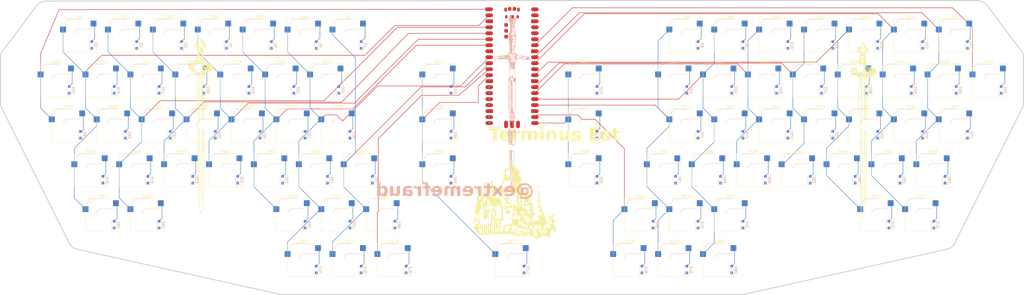
<source format=kicad_pcb>
(kicad_pcb (version 20240108) (generator "pcbnew") (generator_version "8.0")
  (title_block (title "terminus.est") (rev "v0.0.0-alpha") (company "ROSSCORP"))
  (layers (0 "F.Cu" signal) (1 "In1.Cu" signal) (2 "In2.Cu" signal) (31 "B.Cu" signal) (34 "B.Paste" user) (35 "F.Paste" user) (36 "B.SilkS" user "B.Silkscreen") (37 "F.SilkS" user "F.Silkscreen") (38 "B.Mask" user) (39 "F.Mask" user) (44 "Edge.Cuts" user))
  (net 0 "")
  (net 1 "COL0")
  (net 2 "COL1")
  (net 3 "COL12")
  (net 4 "COL13")
  (net 5 "COL14")
  (net 6 "COL15")
  (net 7 "COL16")
  (net 8 "COL17")
  (net 9 "COL18")
  (net 10 "COL19")
  (net 11 "COL2")
  (net 12 "COL20")
  (net 13 "COL21")
  (net 14 "COL3")
  (net 15 "COL4")
  (net 16 "COL5")
  (net 17 "COL6")
  (net 18 "COL7")
  (net 19 "COL8")
  (net 20 "COL9")
  (net 21 "N$1")
  (net 22 "N$10")
  (net 23 "N$11")
  (net 24 "N$12")
  (net 25 "N$13")
  (net 26 "N$14")
  (net 27 "N$15")
  (net 28 "N$16")
  (net 29 "N$17")
  (net 30 "N$18")
  (net 31 "N$19")
  (net 32 "N$2")
  (net 33 "N$20")
  (net 34 "N$21")
  (net 35 "N$22")
  (net 36 "N$23")
  (net 37 "N$24")
  (net 38 "N$25")
  (net 39 "N$26")
  (net 40 "N$27")
  (net 41 "N$28")
  (net 42 "N$29")
  (net 43 "N$3")
  (net 44 "N$30")
  (net 45 "N$31")
  (net 46 "N$32")
  (net 47 "N$33")
  (net 48 "N$34")
  (net 49 "N$35")
  (net 50 "N$36")
  (net 51 "N$37")
  (net 52 "N$38")
  (net 53 "N$39")
  (net 54 "N$4")
  (net 55 "N$40")
  (net 56 "N$41")
  (net 57 "N$42")
  (net 58 "N$43")
  (net 59 "N$44")
  (net 60 "N$45")
  (net 61 "N$46")
  (net 62 "N$47")
  (net 63 "N$48")
  (net 64 "N$49")
  (net 65 "N$5")
  (net 66 "N$50")
  (net 67 "N$51")
  (net 68 "N$52")
  (net 69 "N$53")
  (net 70 "N$54")
  (net 71 "N$55")
  (net 72 "N$56")
  (net 73 "N$57")
  (net 74 "N$58")
  (net 75 "N$59")
  (net 76 "N$6")
  (net 77 "N$60")
  (net 78 "N$61")
  (net 79 "N$62")
  (net 80 "N$63")
  (net 81 "N$64")
  (net 82 "N$65")
  (net 83 "N$66")
  (net 84 "N$67")
  (net 85 "N$68")
  (net 86 "N$69")
  (net 87 "N$7")
  (net 88 "N$70")
  (net 89 "N$71")
  (net 90 "N$72")
  (net 91 "N$73")
  (net 92 "N$74")
  (net 93 "N$75")
  (net 94 "N$76")
  (net 95 "N$77")
  (net 96 "N$78")
  (net 97 "N$79")
  (net 98 "N$8")
  (net 99 "N$80")
  (net 100 "N$9")
  (net 101 "ROW0")
  (net 102 "ROW1")
  (net 103 "ROW2")
  (net 104 "ROW3")
  (net 105 "ROW4")
  (net 106 "ROW5")
  (footprint "SW_Hotswap_Kailh_MX_1.00u" (layer "F.Cu") (at 421.5692 163.6567)
    (property "Reference" "SW27")
    (property "Value" "SW_Push")
  )
  (footprint "SW_Hotswap_Kailh_MX_1.00u" (layer "F.Cu") (at 202.4942 182.7067)
    (property "Reference" "SW37")
    (property "Value" "SW_Push")
  )
  (footprint "SW_Hotswap_Kailh_MX_1.00u" (layer "F.Cu") (at 473.9567 201.7567)
    (property "Reference" "SW63")
    (property "Value" "SW_Push")
  )
  (footprint "SW_Hotswap_Kailh_MX_1.00u" (layer "F.Cu") (at 154.8692 201.7567)
    (property "Reference" "SW50")
    (property "Value" "SW_Push")
  )
  (footprint "SW_Hotswap_Kailh_MX_1.00u" (layer "F.Cu") (at 388.2317 220.8067)
    (property "Reference" "SW71")
    (property "Value" "SW_Push")
  )
  (footprint "SW_Hotswap_Kailh_MX_1.00u" (layer "F.Cu") (at 264.4067 182.7067)
    (property "Reference" "SW39")
    (property "Value" "SW_Push")
  )
  (footprint "SW_Hotswap_Kailh_MX_1.00u" (layer "F.Cu") (at 326.3192 201.7567)
    (property "Reference" "SW56")
    (property "Value" "SW_Push")
  )
  (footprint "SW_Hotswap_Kailh_MX_1.00u" (layer "F.Cu") (at 445.3817 182.7067)
    (property "Reference" "SW45")
    (property "Value" "SW_Push")
  )
  (footprint "SW_Hotswap_Kailh_MX_1.00u" (layer "F.Cu") (at 207.2567 144.6067)
    (property "Reference" "SW6")
    (property "Value" "SW_Push")
  )
  (footprint "SW_Hotswap_Kailh_MX_1.00u" (layer "F.Cu") (at 369.1817 220.8067)
    (property "Reference" "SW70")
    (property "Value" "SW_Push")
  )
  (footprint "SW_Hotswap_Kailh_MX_1.00u" (layer "F.Cu") (at 450.1442 220.8067)
    (property "Reference" "SW72")
    (property "Value" "SW_Push")
  )
  (footprint "SW_Hotswap_Kailh_MX_1.00u" (layer "F.Cu") (at 326.3192 182.7067)
    (property "Reference" "SW40")
    (property "Value" "SW_Push")
  )
  (footprint "SW_Hotswap_Kailh_MX_1.00u" (layer "F.Cu") (at 140.5817 220.8067)
    (property "Reference" "SW65")
    (property "Value" "SW_Push")
  )
  (footprint "SW_Hotswap_Kailh_MX_1.00u" (layer "F.Cu") (at 112.0067 144.6067)
    (property "Reference" "SW1")
    (property "Value" "SW_Push")
  )
  (footprint "SW_Hotswap_Kailh_MX_1.00u" (layer "F.Cu") (at 121.5317 220.8067)
    (property "Reference" "SW64")
    (property "Value" "SW_Push")
  )
  (footprint "SW_Hotswap_Kailh_MX_1.00u" (layer "F.Cu") (at 216.7817 163.6567)
    (property "Reference" "SW21")
    (property "Value" "SW_Push")
  )
  (footprint "SW_Hotswap_Kailh_MX_1.00u" (layer "F.Cu") (at 240.5942 220.8067)
    (property "Reference" "SW68")
    (property "Value" "SW_Push")
  )
  (footprint "SW_Hotswap_Kailh_MX_1.00u" (layer "F.Cu") (at 226.3067 239.8567)
    (property "Reference" "SW75")
    (property "Value" "SW_Push")
  )
  (footprint "SW_Hotswap_Kailh_MX_1.00u" (layer "F.Cu") (at 464.4317 144.6067)
    (property "Reference" "SW13")
    (property "Value" "SW_Push")
  )
  (footprint "SW_Hotswap_Kailh_MX_1.00u" (layer "F.Cu") (at 221.5442 182.7067)
    (property "Reference" "SW38")
    (property "Value" "SW_Push")
  )
  (footprint "SW_Hotswap_Kailh_MX_1.00u" (layer "F.Cu") (at 459.6692 163.6567)
    (property "Reference" "SW29")
    (property "Value" "SW_Push")
  )
  (footprint "SW_Hotswap_Kailh_MX_1.00u" (layer "F.Cu") (at 264.4067 163.6567)
    (property "Reference" "SW22")
    (property "Value" "SW_Push")
  )
  (footprint "SW_Hotswap_Kailh_MX_1.00u" (layer "F.Cu") (at 212.0192 201.7567)
    (property "Reference" "SW53")
    (property "Value" "SW_Push")
  )
  (footprint "SW_Hotswap_Kailh_MX_1.00u" (layer "F.Cu") (at 359.6567 201.7567)
    (property "Reference" "SW57")
    (property "Value" "SW_Push")
  )
  (footprint "SW_Hotswap_Kailh_MX_1.00u" (layer "F.Cu") (at 435.8567 201.7567)
    (property "Reference" "SW61")
    (property "Value" "SW_Push")
  )
  (footprint "SW_Hotswap_Kailh_MX_1.00u" (layer "F.Cu") (at 207.2567 239.8567)
    (property "Reference" "SW74")
    (property "Value" "SW_Push")
  )
  (footprint "SW_Hotswap_Kailh_MX_1.00u" (layer "F.Cu") (at 416.8067 201.7567)
    (property "Reference" "SW60")
    (property "Value" "SW_Push")
  )
  (footprint "SW_Hotswap_Kailh_MX_1.00u" (layer "F.Cu") (at 107.2442 182.7067)
    (property "Reference" "SW32")
    (property "Value" "SW_Push")
  )
  (footprint "SW_Hotswap_Kailh_MX_1.00u" (layer "F.Cu") (at 388.2317 182.7067)
    (property "Reference" "SW42")
    (property "Value" "SW_Push")
  )
  (footprint "SW_Hotswap_Kailh_MX_1.00u" (layer "F.Cu") (at 135.8192 201.7567)
    (property "Reference" "SW49")
    (property "Value" "SW_Push")
  )
  (footprint "SW_Hotswap_Kailh_MX_1.00u" (layer "F.Cu") (at 192.9692 201.7567)
    (property "Reference" "SW52")
    (property "Value" "SW_Push")
  )
  (footprint "SW_Hotswap_Kailh_MX_1.00u" (layer "F.Cu") (at 202.4942 220.8067)
    (property "Reference" "SW66")
    (property "Value" "SW_Push")
  )
  (footprint "SW_Hotswap_Kailh_MX_1.00u" (layer "F.Cu") (at 159.6317 163.6567)
    (property "Reference" "SW18")
    (property "Value" "SW_Push")
  )
  (footprint "SW_Hotswap_Kailh_MX_1.00u" (layer "F.Cu") (at 397.7567 201.7567)
    (property "Reference" "SW59")
    (property "Value" "SW_Push")
  )
  (footprint "SW_Hotswap_Kailh_MX_1.00u" (layer "F.Cu") (at 121.5317 163.6567)
    (property "Reference" "SW16")
    (property "Value" "SW_Push")
  )
  (footprint "SW_Hotswap_Kailh_MX_1.00u" (layer "F.Cu") (at 497.7692 163.6567)
    (property "Reference" "SW31")
    (property "Value" "SW_Push")
  )
  (footprint "SW_Hotswap_Kailh_MX_1.00u" (layer "F.Cu") (at 426.3317 144.6067)
    (property "Reference" "SW11")
    (property "Value" "SW_Push")
  )
  (footprint "SW_Hotswap_Kailh_MX_1.00u" (layer "F.Cu") (at 369.1817 144.6067)
    (property "Reference" "SW8")
    (property "Value" "SW_Push")
  )
  (footprint "SW_Hotswap_Kailh_MX_1.00u" (layer "F.Cu") (at 169.1567 144.6067)
    (property "Reference" "SW4")
    (property "Value" "SW_Push")
  )
  (footprint "SW_Hotswap_Kailh_MX_1.00u" (layer "F.Cu") (at 140.5817 163.6567)
    (property "Reference" "SW17")
    (property "Value" "SW_Push")
  )
  (footprint "LOGO" (layer "F.Cu") (at 444.848038 184.802617 1)
    (property "Reference" "G***" (hide yes))
    (property "Value" "LOGO" (hide yes))
  )
  (footprint "SW_Hotswap_Kailh_MX_1.00u" (layer "F.Cu") (at 369.1817 182.7067)
    (property "Reference" "SW41")
    (property "Value" "SW_Push")
  )
  (footprint "SW_Hotswap_Kailh_MX_1.00u" (layer "F.Cu") (at 407.2817 144.6067)
    (property "Reference" "SW10")
    (property "Value" "SW_Push")
  )
  (footprint "SW_Hotswap_Kailh_MX_1.00u" (layer "F.Cu") (at 350.1317 220.8067)
    (property "Reference" "SW69")
    (property "Value" "SW_Push")
  )
  (footprint "SW_Hotswap_Kailh_MX_1.00u" (layer "F.Cu") (at 245.3567 239.8567)
    (property "Reference" "SW76")
    (property "Value" "SW_Push")
  )
  (footprint "SW_Hotswap_Kailh_MX_1.00u" (layer "F.Cu") (at 102.4817 163.6567)
    (property "Reference" "SW15")
    (property "Value" "SW_Push")
  )
  (footprint "SW_Hotswap_Kailh_MX_1.00u" (layer "F.Cu") (at 407.2817 182.7067)
    (property "Reference" "SW43")
    (property "Value" "SW_Push")
  )
  (footprint "SW_Hotswap_Kailh_MX_1.00u" (layer "F.Cu") (at 383.4692 163.6567)
    (property "Reference" "SW25")
    (property "Value" "SW_Push")
  )
  (footprint "SW_Hotswap_Kailh_MX_1.00u" (layer "F.Cu") (at 345.3692 239.8567)
    (property "Reference" "SW78")
    (property "Value" "SW_Push")
  )
  (footprint "SW_Hotswap_Kailh_MX_1.00u" (layer "F.Cu") (at 440.6192 163.6567)
    (property "Reference" "SW28")
    (property "Value" "SW_Push")
  )
  (footprint "SW_Hotswap_Kailh_MX_1.00u" (layer "F.Cu") (at 295.363 239.8567)
    (property "Reference" "SW77")
    (property "Value" "SW_Push")
  )
  (footprint "SW_Hotswap_Kailh_MX_1.00u" (layer "F.Cu") (at 483.4817 144.6067)
    (property "Reference" "SW14")
    (property "Value" "SW_Push")
  )
  (footprint "SW_Hotswap_Kailh_MX_1.00u" (layer "F.Cu") (at 231.0692 201.7567)
    (property "Reference" "SW54")
    (property "Value" "SW_Push")
  )
  (footprint "SW_Hotswap_Kailh_MX_1.00u" (layer "F.Cu") (at 402.5192 163.6567)
    (property "Reference" "SW26")
    (property "Value" "SW_Push")
  )
  (footprint "SW_Hotswap_Kailh_MX_1.00u" (layer "F.Cu") (at 383.4692 239.8567)
    (property "Reference" "SW80")
    (property "Value" "SW_Push")
  )
  (footprint "SW_Hotswap_Kailh_MX_1.00u" (layer "F.Cu") (at 483.4817 182.7067)
    (property "Reference" "SW47")
    (property "Value" "SW_Push")
  )
  (footprint "SW_Hotswap_Kailh_MX_1.00u" (layer "F.Cu") (at 364.4192 163.6567)
    (property "Reference" "SW24")
    (property "Value" "SW_Push")
  )
  (footprint "SW_Hotswap_Kailh_MX_1.00u" (layer "F.Cu") (at 464.4317 182.7067)
    (property "Reference" "SW46")
    (property "Value" "SW_Push")
  )
  (footprint "SW_Hotswap_Kailh_MX_1.00u" (layer "F.Cu") (at 150.1067 144.6067)
    (property "Reference" "SW3")
    (property "Value" "SW_Push")
  )
  (footprint "SW_Hotswap_Kailh_MX_1.00u" (layer "F.Cu") (at 378.7067 201.7567)
    (property "Reference" "SW58")
    (property "Value" "SW_Push")
  )
  (footprint "Module:RaspberryPi_Pico_SMD" (layer "F.Cu") (at 295.375 157.625)
    (property "Reference" "PICO")
    (property "Value" "RaspberryPi_Pico_SMD")
  )
  (footprint "SW_Hotswap_Kailh_MX_1.00u" (layer "F.Cu") (at 173.9192 201.7567)
    (property "Reference" "SW51")
    (property "Value" "SW_Push")
  )
  (footprint "SW_Hotswap_Kailh_MX_1.00u" (layer "F.Cu") (at 183.4442 182.7067)
    (property "Reference" "SW36")
    (property "Value" "SW_Push")
  )
  (footprint "LOGO" (layer "F.Cu") (at 163.860538 182.802617 1)
    (property "Reference" "G***" (hide yes))
    (property "Value" "LOGO" (hide yes))
  )
  (footprint "SW_Hotswap_Kailh_MX_1.00u" (layer "F.Cu") (at 478.7192 163.6567)
    (property "Reference" "SW30")
    (property "Value" "SW_Push")
  )
  (footprint "SW_Hotswap_Kailh_MX_1.00u" (layer "F.Cu") (at 145.3442 182.7067)
    (property "Reference" "SW34")
    (property "Value" "SW_Push")
  )
  (footprint "SW_Hotswap_Kailh_MX_1.00u" (layer "F.Cu") (at 364.4192 239.8567)
    (property "Reference" "SW79")
    (property "Value" "SW_Push")
  )
  (footprint "SW_Hotswap_Kailh_MX_1.00u" (layer "F.Cu") (at 221.5442 220.8067)
    (property "Reference" "SW67")
    (property "Value" "SW_Push")
  )
  (footprint "SW_Hotswap_Kailh_MX_1.00u" (layer "F.Cu") (at 226.3067 144.6067)
    (property "Reference" "SW7")
    (property "Value" "SW_Push")
  )
  (footprint "SW_Hotswap_Kailh_MX_1.00u" (layer "F.Cu") (at 445.3817 144.6067)
    (property "Reference" "SW12")
    (property "Value" "SW_Push")
  )
  (footprint "SW_Hotswap_Kailh_MX_1.00u" (layer "F.Cu") (at 469.1942 220.8067)
    (property "Reference" "SW73")
    (property "Value" "SW_Push")
  )
  (footprint "SW_Hotswap_Kailh_MX_1.00u" (layer "F.Cu") (at 131.0567 144.6067)
    (property "Reference" "SW2")
    (property "Value" "SW_Push")
  )
  (footprint "SW_Hotswap_Kailh_MX_1.00u" (layer "F.Cu") (at 126.2942 182.7067)
    (property "Reference" "SW33")
    (property "Value" "SW_Push")
  )
  (footprint "SW_Hotswap_Kailh_MX_1.00u" (layer "F.Cu") (at 326.3192 163.6567)
    (property "Reference" "SW23")
    (property "Value" "SW_Push")
  )
  (footprint "LOGO" (layer "F.Cu") (at 296 215.625)
    (property "Reference" "G***" (hide yes))
    (property "Value" "LOGO" (hide yes))
  )
  (footprint "SW_Hotswap_Kailh_MX_1.00u" (layer "F.Cu") (at 197.7317 163.6567)
    (property "Reference" "SW20")
    (property "Value" "SW_Push")
  )
  (footprint "SW_Hotswap_Kailh_MX_1.00u" (layer "F.Cu") (at 426.3317 182.7067)
    (property "Reference" "SW44")
    (property "Value" "SW_Push")
  )
  (footprint "SW_Hotswap_Kailh_MX_1.00u" (layer "F.Cu") (at 264.4067 201.7567)
    (property "Reference" "SW55")
    (property "Value" "SW_Push")
  )
  (footprint "SW_Hotswap_Kailh_MX_1.00u" (layer "F.Cu") (at 388.2317 144.6067)
    (property "Reference" "SW9")
    (property "Value" "SW_Push")
  )
  (footprint "SW_Hotswap_Kailh_MX_1.00u" (layer "F.Cu") (at 116.7692 201.7567)
    (property "Reference" "SW48")
    (property "Value" "SW_Push")
  )
  (footprint "SW_Hotswap_Kailh_MX_1.00u" (layer "F.Cu") (at 178.6817 163.6567)
    (property "Reference" "SW19")
    (property "Value" "SW_Push")
  )
  (footprint "SW_Hotswap_Kailh_MX_1.00u" (layer "F.Cu") (at 164.3942 182.7067)
    (property "Reference" "SW35")
    (property "Value" "SW_Push")
  )
  (footprint "SW_Hotswap_Kailh_MX_1.00u" (layer "F.Cu") (at 188.2067 144.6067)
    (property "Reference" "SW5")
    (property "Value" "SW_Push")
  )
  (footprint "SW_Hotswap_Kailh_MX_1.00u" (layer "F.Cu") (at 454.9067 201.7567)
    (property "Reference" "SW62")
    (property "Value" "SW_Push")
  )
  (footprint "D_SOD-123F" (layer "B.Cu") (at 479.0367 205.7567 90)
    (property "Reference" "D63")
    (property "Value" "D")
  )
  (footprint "D_SOD-123F" (layer "B.Cu") (at 488.5617 186.7067 90)
    (property "Reference" "D47")
    (property "Value" "D")
  )
  (footprint "D_SOD-123F" (layer "B.Cu") (at 217.0992 205.7567 90)
    (property "Reference" "D53")
    (property "Value" "D")
  )
  (footprint "D_SOD-123F" (layer "B.Cu") (at 331.3992 186.7067 90)
    (property "Reference" "D40")
    (property "Value" "D")
  )
  (footprint "D_SOD-123F" (layer "B.Cu") (at 250.4367 243.8567 90)
    (property "Reference" "D76")
    (property "Value" "D")
  )
  (footprint "D_SOD-123F" (layer "B.Cu") (at 231.3867 243.8567 90)
    (property "Reference" "D75")
    (property "Value" "D")
  )
  (footprint "D_SOD-123F" (layer "B.Cu") (at 126.6117 224.8067 90)
    (property "Reference" "D64")
    (property "Value" "D")
  )
  (footprint "D_SOD-123F" (layer "B.Cu") (at 355.2117 224.8067 90)
    (property "Reference" "D69")
    (property "Value" "D")
  )
  (footprint "D_SOD-123F" (layer "B.Cu") (at 226.6242 186.7067 90)
    (property "Reference" "D38")
    (property "Value" "D")
  )
  (footprint "D_SOD-123F" (layer "B.Cu") (at 488.5617 148.6067 90)
    (property "Reference" "D14")
    (property "Value" "D")
  )
  (footprint "D_SOD-123F" (layer "B.Cu") (at 407.5992 167.6567 90)
    (property "Reference" "D26")
    (property "Value" "D")
  )
  (footprint "D_SOD-123F" (layer "B.Cu") (at 212.3367 148.6067 90)
    (property "Reference" "D6")
    (property "Value" "D")
  )
  (footprint "D_SOD-123F" (layer "B.Cu") (at 107.5617 167.6567 90)
    (property "Reference" "D15")
    (property "Value" "D")
  )
  (footprint "D_SOD-123F" (layer "B.Cu") (at 374.2617 148.6067 90)
    (property "Reference" "D8")
    (property "Value" "D")
  )
  (footprint "D_SOD-123F" (layer "B.Cu") (at 440.9367 205.7567 90)
    (property "Reference" "D61")
    (property "Value" "D")
  )
  (footprint "D_SOD-123F" (layer "B.Cu") (at 455.2242 224.8067 90)
    (property "Reference" "D72")
    (property "Value" "D")
  )
  (footprint "D_SOD-123F" (layer "B.Cu") (at 459.9867 205.7567 90)
    (property "Reference" "D62")
    (property "Value" "D")
  )
  (footprint "D_SOD-123F" (layer "B.Cu") (at 374.2617 224.8067 90)
    (property "Reference" "D70")
    (property "Value" "D")
  )
  (footprint "D_SOD-123F" (layer "B.Cu") (at 136.1367 148.6067 90)
    (property "Reference" "D2")
    (property "Value" "D")
  )
  (footprint "D_SOD-123F" (layer "B.Cu") (at 431.4117 186.7067 90)
    (property "Reference" "D44")
    (property "Value" "D")
  )
  (footprint "D_SOD-123F" (layer "B.Cu") (at 421.8867 205.7567 90)
    (property "Reference" "D60")
    (property "Value" "D")
  )
  (footprint "D_SOD-123F" (layer "B.Cu") (at 221.8617 167.6567 90)
    (property "Reference" "D21")
    (property "Value" "D")
  )
  (footprint "D_SOD-123F" (layer "B.Cu") (at 245.6742 224.8067 90)
    (property "Reference" "D68")
    (property "Value" "D")
  )
  (footprint "D_SOD-123F" (layer "B.Cu") (at 369.4992 167.6567 90)
    (property "Reference" "D24")
    (property "Value" "D")
  )
  (footprint "D_SOD-123F" (layer "B.Cu") (at 483.7992 167.6567 90)
    (property "Reference" "D30")
    (property "Value" "D")
  )
  (footprint "D_SOD-123F" (layer "B.Cu") (at 269.4867 186.7067 90)
    (property "Reference" "D39")
    (property "Value" "D")
  )
  (footprint "D_SOD-123F" (layer "B.Cu") (at 269.4867 205.7567 90)
    (property "Reference" "D55")
    (property "Value" "D")
  )
  (footprint "D_SOD-123F" (layer "B.Cu") (at 464.7492 167.6567 90)
    (property "Reference" "D29")
    (property "Value" "D")
  )
  (footprint "D_SOD-123F" (layer "B.Cu") (at 393.3117 224.8067 90)
    (property "Reference" "D71")
    (property "Value" "D")
  )
  (footprint "D_SOD-123F" (layer "B.Cu") (at 150.4242 186.7067 90)
    (property "Reference" "D34")
    (property "Value" "D")
  )
  (footprint "D_SOD-123F" (layer "B.Cu") (at 169.4742 186.7067 90)
    (property "Reference" "D35")
    (property "Value" "D")
  )
  (footprint "D_SOD-123F" (layer "B.Cu") (at 126.6117 167.6567 90)
    (property "Reference" "D16")
    (property "Value" "D")
  )
  (footprint "D_SOD-123F" (layer "B.Cu") (at 393.3117 148.6067 90)
    (property "Reference" "D9")
    (property "Value" "D")
  )
  (footprint "D_SOD-123F" (layer "B.Cu") (at 226.6242 224.8067 90)
    (property "Reference" "D67")
    (property "Value" "D")
  )
  (footprint "D_SOD-123F" (layer "B.Cu") (at 164.7117 167.6567 90)
    (property "Reference" "D18")
    (property "Value" "D")
  )
  (footprint "D_SOD-123F" (layer "B.Cu") (at 131.3742 186.7067 90)
    (property "Reference" "D33")
    (property "Value" "D")
  )
  (footprint "D_SOD-123F" (layer "B.Cu") (at 369.4992 243.8567 90)
    (property "Reference" "D79")
    (property "Value" "D")
  )
  (footprint "D_SOD-123F" (layer "B.Cu") (at 350.4492 243.8567 90)
    (property "Reference" "D78")
    (property "Value" "D")
  )
  (footprint "D_SOD-123F" (layer "B.Cu") (at 388.5492 167.6567 90)
    (property "Reference" "D25")
    (property "Value" "D")
  )
  (footprint "D_SOD-123F" (layer "B.Cu") (at 236.1492 205.7567 90)
    (property "Reference" "D54")
    (property "Value" "D")
  )
  (footprint "D_SOD-123F" (layer "B.Cu") (at 374.2617 186.7067 90)
    (property "Reference" "D41")
    (property "Value" "D")
  )
  (footprint "D_SOD-123F" (layer "B.Cu") (at 112.3242 186.7067 90)
    (property "Reference" "D32")
    (property "Value" "D")
  )
  (footprint "D_SOD-123F" (layer "B.Cu") (at 145.6617 224.8067 90)
    (property "Reference" "D65")
    (property "Value" "D")
  )
  (footprint "D_SOD-123F" (layer "B.Cu") (at 269.4867 167.6567 90)
    (property "Reference" "D22")
    (property "Value" "D")
  )
  (footprint "D_SOD-123F" (layer "B.Cu") (at 300.443 243.8567 90)
    (property "Reference" "D77")
    (property "Value" "D")
  )
  (footprint "D_SOD-123F" (layer "B.Cu") (at 188.5242 186.7067 90)
    (property "Reference" "D36")
    (property "Value" "D")
  )
  (footprint "D_SOD-123F" (layer "B.Cu") (at 474.2742 224.8067 90)
    (property "Reference" "D73")
    (property "Value" "D")
  )
  (footprint "D_SOD-123F" (layer "B.Cu") (at 159.9492 205.7567 90)
    (property "Reference" "D50")
    (property "Value" "D")
  )
  (footprint "D_SOD-123F" (layer "B.Cu") (at 193.2867 148.6067 90)
    (property "Reference" "D5")
    (property "Value" "D")
  )
  (footprint "D_SOD-123F" (layer "B.Cu") (at 140.8992 205.7567 90)
    (property "Reference" "D49")
    (property "Value" "D")
  )
  (footprint "D_SOD-123F" (layer "B.Cu") (at 183.7617 167.6567 90)
    (property "Reference" "D19")
    (property "Value" "D")
  )
  (footprint "D_SOD-123F" (layer "B.Cu") (at 207.5742 186.7067 90)
    (property "Reference" "D37")
    (property "Value" "D")
  )
  (footprint "D_SOD-123F" (layer "B.Cu") (at 402.8367 205.7567 90)
    (property "Reference" "D59")
    (property "Value" "D")
  )
  (footprint "D_SOD-123F" (layer "B.Cu") (at 174.2367 148.6067 90)
    (property "Reference" "D4")
    (property "Value" "D")
  )
  (footprint "D_SOD-123F" (layer "B.Cu") (at 121.8492 205.7567 90)
    (property "Reference" "D48")
    (property "Value" "D")
  )
  (footprint "D_SOD-123F" (layer "B.Cu") (at 412.3617 186.7067 90)
    (property "Reference" "D43")
    (property "Value" "D")
  )
  (footprint "D_SOD-123F" (layer "B.Cu") (at 450.4617 148.6067 90)
    (property "Reference" "D12")
    (property "Value" "D")
  )
  (footprint "D_SOD-123F" (layer "B.Cu") (at 445.6992 167.6567 90)
    (property "Reference" "D28")
    (property "Value" "D")
  )
  (footprint "D_SOD-123F" (layer "B.Cu") (at 198.0492 205.7567 90)
    (property "Reference" "D52")
    (property "Value" "D")
  )
  (footprint "D_SOD-123F" (layer "B.Cu") (at 469.5117 148.6067 90)
    (property "Reference" "D13")
    (property "Value" "D")
  )
  (footprint "D_SOD-123F" (layer "B.Cu") (at 431.4117 148.6067 90)
    (property "Reference" "D11")
    (property "Value" "D")
  )
  (footprint "D_SOD-123F" (layer "B.Cu") (at 212.3367 243.8567 90)
    (property "Reference" "D74")
    (property "Value" "D")
  )
  (footprint "D_SOD-123F" (layer "B.Cu") (at 145.6617 167.6567 90)
    (property "Reference" "D17")
    (property "Value" "D")
  )
  (footprint "D_SOD-123F" (layer "B.Cu") (at 207.5742 224.8067 90)
    (property "Reference" "D66")
    (property "Value" "D")
  )
  (footprint "D_SOD-123F" (layer "B.Cu") (at 231.3867 148.6067 90)
    (property "Reference" "D7")
    (property "Value" "D")
  )
  (footprint "D_SOD-123F" (layer "B.Cu") (at 178.9992 205.7567 90)
    (property "Reference" "D51")
    (property "Value" "D")
  )
  (footprint "D_SOD-123F" (layer "B.Cu") (at 393.3117 186.7067 90)
    (property "Reference" "D42")
    (property "Value" "D")
  )
  (footprint "D_SOD-123F" (layer "B.Cu") (at 155.1867 148.6067 90)
    (property "Reference" "D3")
    (property "Value" "D")
  )
  (footprint "D_SOD-123F" (layer "B.Cu") (at 383.7867 205.7567 90)
    (property "Reference" "D58")
    (property "Value" "D")
  )
  (footprint "D_SOD-123F" (layer "B.Cu") (at 469.5117 186.7067 90)
    (property "Reference" "D46")
    (property "Value" "D")
  )
  (footprint "D_SOD-123F" (layer "B.Cu") (at 412.3617 148.6067 90)
    (property "Reference" "D10")
    (property "Value" "D")
  )
  (footprint "D_SOD-123F" (layer "B.Cu") (at 502.8492 167.6567 90)
    (property "Reference" "D31")
    (property "Value" "D")
  )
  (footprint "D_SOD-123F" (layer "B.Cu") (at 364.7367 205.7567 90)
    (property "Reference" "D57")
    (property "Value" "D")
  )
  (footprint "D_SOD-123F" (layer "B.Cu") (at 117.0867 148.6067 90)
    (property "Reference" "D1")
    (property "Value" "D")
  )
  (footprint "D_SOD-123F" (layer "B.Cu") (at 426.6492 167.6567 90)
    (property "Reference" "D27")
    (property "Value" "D")
  )
  (footprint "D_SOD-123F" (layer "B.Cu") (at 450.4617 186.7067 90)
    (property "Reference" "D45")
    (property "Value" "D")
  )
  (footprint "D_SOD-123F" (layer "B.Cu") (at 388.5492 243.8567 90)
    (property "Reference" "D80")
    (property "Value" "D")
  )
  (footprint "D_SOD-123F" (layer "B.Cu") (at 202.8117 167.6567 90)
    (property "Reference" "D20")
    (property "Value" "D")
  )
  (footprint "D_SOD-123F" (layer "B.Cu") (at 331.3992 167.6567 90)
    (property "Reference" "D23")
    (property "Value" "D")
  )
  (footprint "LOGO" (layer "B.Cu") (at 295.125 172.5 180)
    (property "Reference" "G***" (hide yes))
    (property "Value" "LOGO" (hide yes))
  )
  (footprint "D_SOD-123F" (layer "B.Cu") (at 331.3992 205.7567 90)
    (property "Reference" "D56")
    (property "Value" "D")
  )
  (gr_line (start 493.499144 129.777612) (end 493.499144 130.027612) (stroke (width 0.4)) (layer "Edge.Cuts"))
  (gr_line (start 393.267816 254.435852) (end 335.362957 254.435852) (stroke (width 0.4)) (layer "Edge.Cuts"))
  (gr_line (start 79.205082 151.344605) (end 78.894152 151.890063) (stroke (width 0.4)) (layer "Edge.Cuts"))
  (gr_line (start 197.458098 254.435852) (end 255.362957 254.435852) (stroke (width 0.4)) (layer "Edge.Cuts"))
  (gr_line (start 480.016332 235.219571) (end 393.811766 254.376141) (stroke (width 0.4)) (layer "Edge.Cuts"))
  (gr_line (start 78.894152 151.890063) (end 78.762284 152.208429) (stroke (width 0.4)) (layer "Edge.Cuts"))
  (gr_line (start 94.084298 131.50565) (end 79.205082 151.344605) (stroke (width 0.4)) (layer "Edge.Cuts"))
  (gr_line (start 482.825914 233.413464) (end 481.504829 234.643982) (stroke (width 0.4)) (layer "Edge.Cuts"))
  (gr_line (start 78.377587 173.674169) (end 78.569719 174.640121) (stroke (width 0.4)) (layer "Edge.Cuts"))
  (gr_line (start 511.917948 175.215325) (end 511.844284 175.376726) (stroke (width 0.4)) (layer "Edge.Cuts"))
  (gr_line (start 78.377587 153.639295) (end 78.377587 173.674169) (stroke (width 0.4)) (layer "Edge.Cuts"))
  (gr_line (start 110.294451 235.08857) (end 110.709582 235.219571) (stroke (width 0.4)) (layer "Edge.Cuts"))
  (gr_line (start 493.499144 129.777612) (end 335.25 129.75) (stroke (width 0.4)) (layer "Edge.Cuts"))
  (gr_line (start 511.831762 151.890063) (end 511.96363 152.208429) (stroke (width 0.4)) (layer "Edge.Cuts"))
  (gr_line (start 335.362957 254.435852) (end 255.362957 254.435852) (stroke (width 0.4)) (layer "Edge.Cuts"))
  (gr_line (start 512.348327 153.639295) (end 512.348327 173.674169) (stroke (width 0.4)) (layer "Edge.Cuts"))
  (gr_line (start 335.25 129.75) (end 255.375482 129.875) (stroke (width 0.4)) (layer "Edge.Cuts"))
  (gr_line (start 78.762284 175.105035) (end 78.807966 175.215325) (stroke (width 0.4)) (layer "Edge.Cuts"))
  (gr_line (start 95.795904 130.412309) (end 95.146475 130.681303) (stroke (width 0.4)) (layer "Edge.Cuts"))
  (gr_line (start 481.504829 234.643982) (end 480.64251 235.001155) (stroke (width 0.4)) (layer "Edge.Cuts"))
  (gr_line (start 78.569719 174.640121) (end 78.762284 175.105035) (stroke (width 0.4)) (layer "Edge.Cuts"))
  (gr_line (start 494.93001 130.412309) (end 495.579439 130.681303) (stroke (width 0.4)) (layer "Edge.Cuts"))
  (gr_line (start 78.88163 175.376726) (end 107.9 233.413464) (stroke (width 0.4)) (layer "Edge.Cuts"))
  (gr_line (start 511.96363 152.208429) (end 512.156195 152.673343) (stroke (width 0.4)) (layer "Edge.Cuts"))
  (gr_line (start 480.431463 235.08857) (end 480.016332 235.219571) (stroke (width 0.4)) (layer "Edge.Cuts"))
  (gr_line (start 511.520832 151.344605) (end 511.831762 151.890063) (stroke (width 0.4)) (layer "Edge.Cuts"))
  (gr_line (start 495.579439 130.681303) (end 496.641616 131.50565) (stroke (width 0.4)) (layer "Edge.Cuts"))
  (gr_line (start 110.083404 235.001155) (end 110.294451 235.08857) (stroke (width 0.4)) (layer "Edge.Cuts"))
  (gr_line (start 95.146475 130.681303) (end 94.084298 131.50565) (stroke (width 0.4)) (layer "Edge.Cuts"))
  (gr_line (start 512.348327 173.674169) (end 512.156195 174.640121) (stroke (width 0.4)) (layer "Edge.Cuts"))
  (gr_line (start 96.260818 130.219744) (end 95.795904 130.412309) (stroke (width 0.4)) (layer "Edge.Cuts"))
  (gr_line (start 393.811766 254.376141) (end 393.267816 254.435852) (stroke (width 0.4)) (layer "Edge.Cuts"))
  (gr_line (start 493.499144 130.027612) (end 494.465096 130.219744) (stroke (width 0.4)) (layer "Edge.Cuts"))
  (gr_line (start 97.22677 130.027612) (end 255.375482 129.875) (stroke (width 0.4)) (layer "Edge.Cuts"))
  (gr_line (start 110.709582 235.219571) (end 196.914148 254.376141) (stroke (width 0.4)) (layer "Edge.Cuts"))
  (gr_line (start 512.156195 174.640121) (end 511.96363 175.105035) (stroke (width 0.4)) (layer "Edge.Cuts"))
  (gr_line (start 109.221085 234.643982) (end 110.083404 235.001155) (stroke (width 0.4)) (layer "Edge.Cuts"))
  (gr_line (start 480.64251 235.001155) (end 480.431463 235.08857) (stroke (width 0.4)) (layer "Edge.Cuts"))
  (gr_line (start 512.156195 152.673343) (end 512.348327 153.639295) (stroke (width 0.4)) (layer "Edge.Cuts"))
  (gr_line (start 511.844284 175.376726) (end 482.825914 233.413464) (stroke (width 0.4)) (layer "Edge.Cuts"))
  (gr_line (start 496.641616 131.50565) (end 511.520832 151.344605) (stroke (width 0.4)) (layer "Edge.Cuts"))
  (gr_line (start 78.762284 152.208429) (end 78.569719 152.673343) (stroke (width 0.4)) (layer "Edge.Cuts"))
  (gr_line (start 511.96363 175.105035) (end 511.917948 175.215325) (stroke (width 0.4)) (layer "Edge.Cuts"))
  (gr_line (start 78.569719 152.673343) (end 78.377587 153.639295) (stroke (width 0.4)) (layer "Edge.Cuts"))
  (gr_line (start 494.465096 130.219744) (end 494.93001 130.412309) (stroke (width 0.4)) (layer "Edge.Cuts"))
  (gr_line (start 78.807966 175.215325) (end 78.88163 175.376726) (stroke (width 0.4)) (layer "Edge.Cuts"))
  (gr_line (start 97.22677 130.027612) (end 96.260818 130.219744) (stroke (width 0.4)) (layer "Edge.Cuts"))
  (gr_line (start 196.914148 254.376141) (end 197.458098 254.435852) (stroke (width 0.4)) (layer "Edge.Cuts"))
  (gr_line (start 107.9 233.413464) (end 109.221085 234.643982) (stroke (width 0.4)) (layer "Edge.Cuts"))
  (gr_text "@extremefraud\n" (at 304.625 213.625 -0) (layer "B.SilkS") (effects (font (size 5.5 5.5) (thickness 0.3) (bold yes)) (justify left bottom mirror)))
  (gr_text "Terminus Est" (at 285.5 190.125 0) (layer "F.SilkS") (effects (font (size 5.5 5.5) (thickness 0.3) (bold yes)) (justify left bottom)))
  (segment (start 95.3967 161.1167) (end 95.3967 152.21505) (width 0.2) (layer "F.Cu") (net 1))
  (segment (start 103.25 133.625) (end 285.685 133.495) (width 0.2) (layer "F.Cu") (net 1))
  (segment (start 95.3967 152.21505) (end 103.25 133.625) (width 0.2) (layer "F.Cu") (net 1))
  (via (at 95.3967 161.1167) (size 0.6) (drill 0.3) (layers "F.Cu" "B.Cu") (net 1))
  (segment (start 95.3967 175.4042) (end 95.3967 161.1167) (width 0.2) (layer "B.Cu") (net 1))
  (segment (start 100.1592 180.1667) (end 95.3967 175.4042) (width 0.2) (layer "B.Cu") (net 1))
  (segment (start 233 153) (end 245.625 140.375) (width 0.2) (layer "F.Cu") (net 2))
  (segment (start 121.375 153) (end 233 153) (width 0.2) (layer "F.Cu") (net 2))
  (segment (start 245.625 140.375) (end 281.345 140.375) (width 0.2) (layer "F.Cu") (net 2))
  (segment (start 281.345 140.375) (end 285.685 136.035) (width 0.2) (layer "F.Cu") (net 2))
  (segment (start 114.4467 159.9283) (end 121.375 153) (width 0.2) (layer "F.Cu") (net 2))
  (segment (start 114.4467 161.125) (end 114.4467 159.9283) (width 0.2) (layer "F.Cu") (net 2))
  (via (at 114.4467 161.125) (size 0.6) (drill 0.3) (layers "F.Cu" "B.Cu") (net 2))
  (segment (start 114.4467 218.2667) (end 109.6842 213.5042) (width 0.2) (layer "B.Cu") (net 2))
  (segment (start 114.4467 175.4042) (end 114.4467 161.125) (width 0.2) (layer "B.Cu") (net 2))
  (segment (start 119.2092 180.1667) (end 114.4467 175.4042) (width 0.2) (layer "B.Cu") (net 2))
  (segment (start 109.6842 199.2167) (end 109.6842 192.504288) (width 0.2) (layer "B.Cu") (net 2))
  (segment (start 119.2092 182.979288) (end 119.2092 180.1667) (width 0.2) (layer "B.Cu") (net 2))
  (segment (start 109.6842 213.5042) (end 109.6842 199.2167) (width 0.2) (layer "B.Cu") (net 2))
  (segment (start 114.4467 161.1167) (end 104.9217 151.5917) (width 0.2) (layer "B.Cu") (net 2))
  (segment (start 109.6842 192.504288) (end 119.2092 182.979288) (width 0.2) (layer "B.Cu") (net 2))
  (segment (start 104.9217 151.5917) (end 104.9217 142.0667) (width 0.2) (layer "B.Cu") (net 2))
  (segment (start 317.6042 181.755) (end 305.065 181.755) (width 0.2) (layer "F.Cu") (net 3))
  (segment (start 319.2342 180.125) (end 317.6042 181.755) (width 0.2) (layer "F.Cu") (net 3))
  (via (at 319.2342 180.125) (size 0.6) (drill 0.3) (layers "F.Cu" "B.Cu") (net 3))
  (segment (start 319.2342 180.125) (end 319.2342 161.1167) (width 0.2) (layer "B.Cu") (net 3))
  (segment (start 319.2342 199.2167) (end 319.2342 180.1667) (width 0.2) (layer "B.Cu") (net 3))
  (segment (start 330.674912 180.25) (end 325.24415 180.25) (width 0.2) (layer "F.Cu") (net 4))
  (segment (start 323.28585 178.2917) (end 305.9883 178.2917) (width 0.2) (layer "F.Cu") (net 4))
  (segment (start 343.0317 218.2817) (end 343.0317 192.606788) (width 0.2) (layer "F.Cu") (net 4))
  (segment (start 343.0317 192.606788) (end 330.674912 180.25) (width 0.2) (layer "F.Cu") (net 4))
  (segment (start 305.9883 178.2917) (end 305.065 179.215) (width 0.2) (layer "F.Cu") (net 4))
  (segment (start 325.24415 180.25) (end 323.28585 178.2917) (width 0.2) (layer "F.Cu") (net 4))
  (via (at 343.0317 218.2817) (size 0.6) (drill 0.3) (layers "F.Cu" "B.Cu") (net 4))
  (segment (start 338.2842 237.3167) (end 338.2842 223.0292) (width 0.2) (layer "B.Cu") (net 4))
  (segment (start 338.2842 223.0292) (end 343.0317 218.2817) (width 0.2) (layer "B.Cu") (net 4))
  (segment (start 356.065 174.135) (end 305.065 174.135) (width 0.2) (layer "F.Cu") (net 5))
  (segment (start 362.09 180.16) (end 356.065 174.135) (width 0.2) (layer "F.Cu") (net 5))
  (via (at 362.09 180.16) (size 0.6) (drill 0.3) (layers "F.Cu" "B.Cu") (net 5))
  (segment (start 357.3342 237.3167) (end 357.3342 223.0292) (width 0.2) (layer "B.Cu") (net 5))
  (segment (start 362.09 180.16) (end 357.3342 175.4042) (width 0.2) (layer "B.Cu") (net 5))
  (segment (start 357.3342 223.0292) (end 362.0967 218.2667) (width 0.2) (layer "B.Cu") (net 5))
  (segment (start 357.3342 175.4042) (end 357.3342 161.1167) (width 0.2) (layer "B.Cu") (net 5))
  (segment (start 362.0967 182.979288) (end 362.0967 180.1667) (width 0.2) (layer "B.Cu") (net 5))
  (segment (start 362.0967 218.2667) (end 352.5717 208.7417) (width 0.2) (layer "B.Cu") (net 5))
  (segment (start 357.3342 146.8292) (end 362.0967 142.0667) (width 0.2) (layer "B.Cu") (net 5))
  (segment (start 352.5717 199.2167) (end 352.5717 192.504288) (width 0.2) (layer "B.Cu") (net 5))
  (segment (start 352.5717 192.504288) (end 362.0967 182.979288) (width 0.2) (layer "B.Cu") (net 5))
  (segment (start 352.5717 208.7417) (end 352.5717 199.2167) (width 0.2) (layer "B.Cu") (net 5))
  (segment (start 357.3342 161.1167) (end 357.3342 146.8292) (width 0.2) (layer "B.Cu") (net 5))
  (segment (start 376.3842 161.25) (end 366.0392 171.595) (width 0.2) (layer "F.Cu") (net 6))
  (segment (start 366.0392 171.595) (end 305.065 171.595) (width 0.2) (layer "F.Cu") (net 6))
  (via (at 376.3842 161.25) (size 0.6) (drill 0.3) (layers "F.Cu" "B.Cu") (net 6))
  (segment (start 381.1467 218.2667) (end 381.1467 232.5542) (width 0.2) (layer "B.Cu") (net 6))
  (segment (start 381.1467 232.5542) (end 376.3842 237.3167) (width 0.2) (layer "B.Cu") (net 6))
  (segment (start 381.1467 189.6917) (end 371.6217 199.2167) (width 0.2) (layer "B.Cu") (net 6))
  (segment (start 376.3842 161.25) (end 376.3842 175.4042) (width 0.2) (layer "B.Cu") (net 6))
  (segment (start 371.6217 208.7417) (end 381.1467 218.2667) (width 0.2) (layer "B.Cu") (net 6))
  (segment (start 381.1467 142.0667) (end 381.1467 156.3542) (width 0.2) (layer "B.Cu") (net 6))
  (segment (start 376.3842 175.4042) (end 381.1467 180.1667) (width 0.2) (layer "B.Cu") (net 6))
  (segment (start 381.1467 180.1667) (end 381.1467 189.6917) (width 0.2) (layer "B.Cu") (net 6))
  (segment (start 371.6217 199.2167) (end 371.6217 208.7417) (width 0.2) (layer "B.Cu") (net 6))
  (segment (start 381.1467 156.3542) (end 376.3842 161.1167) (width 0.2) (layer "B.Cu") (net 6))
  (segment (start 395.4342 161.125) (end 391.0109 156.7017) (width 0.2) (layer "F.Cu") (net 7))
  (segment (start 317.4183 156.7017) (end 305.065 169.055) (width 0.2) (layer "F.Cu") (net 7))
  (segment (start 391.0109 156.7017) (end 317.4183 156.7017) (width 0.2) (layer "F.Cu") (net 7))
  (via (at 395.4342 161.125) (size 0.6) (drill 0.3) (layers "F.Cu" "B.Cu") (net 7))
  (segment (start 395.4342 146.8292) (end 400.1967 142.0667) (width 0.2) (layer "B.Cu") (net 7))
  (segment (start 390.6717 199.2167) (end 390.6717 189.361956) (width 0.2) (layer "B.Cu") (net 7))
  (segment (start 400.1967 180.1667) (end 395.4342 175.4042) (width 0.2) (layer "B.Cu") (net 7))
  (segment (start 390.6717 189.361956) (end 399.866956 180.1667) (width 0.2) (layer "B.Cu") (net 7))
  (segment (start 395.4342 161.1167) (end 395.4342 146.8292) (width 0.2) (layer "B.Cu") (net 7))
  (segment (start 395.4342 175.4042) (end 395.4342 161.125) (width 0.2) (layer "B.Cu") (net 7))
  (segment (start 315.2783 156.3017) (end 409.6767 156.3017) (width 0.2) (layer "F.Cu") (net 8))
  (segment (start 305.065 166.515) (end 315.2783 156.3017) (width 0.2) (layer "F.Cu") (net 8))
  (segment (start 409.6767 156.3017) (end 414.375 161) (width 0.2) (layer "F.Cu") (net 8))
  (via (at 414.375 161) (size 0.6) (drill 0.3) (layers "F.Cu" "B.Cu") (net 8))
  (segment (start 419.2467 142.0667) (end 419.2467 156.3542) (width 0.2) (layer "B.Cu") (net 8))
  (segment (start 419.2467 180.1667) (end 419.2467 190.31505) (width 0.2) (layer "B.Cu") (net 8))
  (segment (start 414.4842 175.4042) (end 419.2467 180.1667) (width 0.2) (layer "B.Cu") (net 8))
  (segment (start 414.4842 161.1167) (end 414.4842 175.4042) (width 0.2) (layer "B.Cu") (net 8))
  (segment (start 419.2467 156.3542) (end 414.4842 161.1167) (width 0.2) (layer "B.Cu") (net 8))
  (segment (start 419.2467 190.31505) (end 410.34505 199.2167) (width 0.2) (layer "B.Cu") (net 8))
  (segment (start 310.5983 155.9017) (end 424.4733 155.9017) (width 0.2) (layer "F.Cu") (net 9))
  (segment (start 424.4733 155.9017) (end 438.25 142.125) (width 0.2) (layer "F.Cu") (net 9))
  (segment (start 305.065 161.435) (end 310.5983 155.9017) (width 0.2) (layer "F.Cu") (net 9))
  (via (at 438.2967 142.0667) (size 0.6) (drill 0.3) (layers "F.Cu" "B.Cu") (net 9))
  (segment (start 443.0592 218.2667) (end 428.7717 203.9792) (width 0.2) (layer "B.Cu") (net 9))
  (segment (start 438.2967 182.979288) (end 438.2967 180.1667) (width 0.2) (layer "B.Cu") (net 9))
  (segment (start 428.7717 199.2167) (end 428.7717 192.504288) (width 0.2) (layer "B.Cu") (net 9))
  (segment (start 428.7717 203.9792) (end 428.7717 199.2167) (width 0.2) (layer "B.Cu") (net 9))
  (segment (start 433.5342 146.8292) (end 438.2967 142.0667) (width 0.2) (layer "B.Cu") (net 9))
  (segment (start 433.5342 175.4042) (end 433.5342 161.1167) (width 0.2) (layer "B.Cu") (net 9))
  (segment (start 438.2967 180.1667) (end 433.5342 175.4042) (width 0.2) (layer "B.Cu") (net 9))
  (segment (start 433.5342 161.1167) (end 433.5342 146.8292) (width 0.2) (layer "B.Cu") (net 9))
  (segment (start 428.7717 192.504288) (end 438.2967 182.979288) (width 0.2) (layer "B.Cu") (net 9))
  (segment (start 326.045 135.375) (end 305.065 156.355) (width 0.2) (layer "F.Cu") (net 10))
  (segment (start 457.3467 142.0667) (end 450.655 135.375) (width 0.2) (layer "F.Cu") (net 10))
  (segment (start 450.655 135.375) (end 326.045 135.375) (width 0.2) (layer "F.Cu") (net 10))
  (via (at 457.3467 142.0667) (size 0.6) (drill 0.3) (layers "F.Cu" "B.Cu") (net 10))
  (segment (start 462.1092 218.2667) (end 447.8217 203.9792) (width 0.2) (layer "B.Cu") (net 10))
  (segment (start 447.8217 199.2167) (end 447.8217 189.361956) (width 0.2) (layer "B.Cu") (net 10))
  (segment (start 452.5842 161.1167) (end 452.5842 146.8292) (width 0.2) (layer "B.Cu") (net 10))
  (segment (start 447.8217 203.9792) (end 447.8217 199.2167) (width 0.2) (layer "B.Cu") (net 10))
  (segment (start 457.3467 180.1667) (end 452.5842 175.4042) (width 0.2) (layer "B.Cu") (net 10))
  (segment (start 452.5842 146.8292) (end 457.3467 142.0667) (width 0.2) (layer "B.Cu") (net 10))
  (segment (start 447.8217 189.361956) (end 457.016956 180.1667) (width 0.2) (layer "B.Cu") (net 10))
  (segment (start 452.5842 175.4042) (end 452.5842 161.1167) (width 0.2) (layer "B.Cu") (net 10))
  (segment (start 285.685 141.115) (end 246.76 141.115) (width 0.2) (layer "F.Cu") (net 11))
  (segment (start 246.76 141.115) (end 215.625 172.25) (width 0.2) (layer "F.Cu") (net 11))
  (segment (start 138.2592 180.1667) (end 146.125 172.25) (width 0.2) (layer "F.Cu") (net 11))
  (segment (start 146.125 172.25) (end 215.625 172.25) (width 0.2) (layer "F.Cu") (net 11))
  (via (at 138.2592 180.1667) (size 0.6) (drill 0.3) (layers "F.Cu" "B.Cu") (net 11))
  (segment (start 133.4967 175.4042) (end 133.4967 161.1167) (width 0.2) (layer "B.Cu") (net 11))
  (segment (start 128.7342 199.2167) (end 138.2592 189.6917) (width 0.2) (layer "B.Cu") (net 11))
  (segment (start 133.4967 160.9967) (end 123.9717 151.4717) (width 0.2) (layer "B.Cu") (net 11))
  (segment (start 133.4967 218.2667) (end 128.7342 213.5042) (width 0.2) (layer "B.Cu") (net 11))
  (segment (start 128.7342 213.5042) (end 128.7342 199.2167) (width 0.2) (layer "B.Cu") (net 11))
  (segment (start 138.2592 189.6917) (end 138.2592 180.1667) (width 0.2) (layer "B.Cu") (net 11))
  (segment (start 138.2592 180.1667) (end 133.4967 175.4042) (width 0.2) (layer "B.Cu") (net 11))
  (segment (start 123.9717 151.4717) (end 123.9717 142.0667) (width 0.2) (layer "B.Cu") (net 11))
  (segment (start 323.905 134.975) (end 469.305 134.975) (width 0.2) (layer "F.Cu") (net 12))
  (segment (start 469.305 134.975) (end 476.3967 142.0667) (width 0.2) (layer "F.Cu") (net 12))
  (segment (start 305.065 153.815) (end 323.905 134.975) (width 0.2) (layer "F.Cu") (net 12))
  (via (at 476.3967 142.0667) (size 0.6) (drill 0.3) (layers "F.Cu" "B.Cu") (net 12))
  (segment (start 476.3967 156.3542) (end 471.6342 161.1167) (width 0.2) (layer "B.Cu") (net 12))
  (segment (start 476.3967 142.0667) (end 476.3967 156.3542) (width 0.2) (layer "B.Cu") (net 12))
  (segment (start 471.6342 161.1167) (end 471.6342 175.4042) (width 0.2) (layer "B.Cu") (net 12))
  (segment (start 466.8717 189.361956) (end 476.066956 180.1667) (width 0.2) (layer "B.Cu") (net 12))
  (segment (start 466.8717 199.2167) (end 466.8717 189.361956) (width 0.2) (layer "B.Cu") (net 12))
  (segment (start 471.6342 175.4042) (end 476.3967 180.1667) (width 0.2) (layer "B.Cu") (net 12))
  (segment (start 490.6842 141.3092) (end 482.25 132.875) (width 0.2) (layer "F.Cu") (net 13))
  (segment (start 490.6842 161.1167) (end 490.6842 141.3092) (width 0.2) (layer "F.Cu") (net 13))
  (segment (start 320.925 132.875) (end 305.065 148.735) (width 0.2) (layer "F.Cu") (net 13))
  (segment (start 482.25 132.875) (end 320.925 132.875) (width 0.2) (layer "F.Cu") (net 13))
  (via (at 490.6842 161.1167) (size 0.6) (drill 0.3) (layers "F.Cu" "B.Cu") (net 13))
  (segment (start 285.685 143.655) (end 251.375 143.75) (width 0.2) (layer "F.Cu") (net 14))
  (segment (start 251.375 143.75) (end 223.125 172.875) (width 0.2) (layer "F.Cu") (net 14))
  (segment (start 223.125 172.875) (end 164.725 172.775) (width 0.2) (layer "F.Cu") (net 14))
  (segment (start 164.725 172.775) (end 157.375 180.125) (width 0.2) (layer "F.Cu") (net 14))
  (via (at 157.375 180.125) (size 0.6) (drill 0.3) (layers "F.Cu" "B.Cu") (net 14))
  (segment (start 157.3092 180.1667) (end 152.5467 175.4042) (width 0.2) (layer "B.Cu") (net 14))
  (segment (start 152.5467 175.4042) (end 152.5467 161.1167) (width 0.2) (layer "B.Cu") (net 14))
  (segment (start 143.0217 151.5917) (end 143.0217 142.0667) (width 0.2) (layer "B.Cu") (net 14))
  (segment (start 147.7842 189.361956) (end 156.979456 180.1667) (width 0.2) (layer "B.Cu") (net 14))
  (segment (start 152.5467 161.1167) (end 143.0217 151.5917) (width 0.2) (layer "B.Cu") (net 14))
  (segment (start 147.7842 199.2167) (end 147.7842 189.361956) (width 0.2) (layer "B.Cu") (net 14))
  (segment (start 183.461824 173.288176) (end 176.4375 180.3125) (width 0.2) (layer "F.Cu") (net 15))
  (segment (start 228.580381 173.288176) (end 183.461824 173.288176) (width 0.2) (layer "F.Cu") (net 15))
  (segment (start 285.685 146.195) (end 255.673557 146.195) (width 0.2) (layer "F.Cu") (net 15))
  (segment (start 255.673557 146.195) (end 228.580381 173.288176) (width 0.2) (layer "F.Cu") (net 15))
  (via (at 176.4375 180.3125) (size 0.6) (drill 0.3) (layers "F.Cu" "B.Cu") (net 15))
  (segment (start 176.3592 180.1667) (end 171.5967 175.4042) (width 0.2) (layer "B.Cu") (net 15))
  (segment (start 162.0717 151.5917) (end 162.0717 142.0667) (width 0.2) (layer "B.Cu") (net 15))
  (segment (start 166.8342 199.2167) (end 166.8342 189.361956) (width 0.2) (layer "B.Cu") (net 15))
  (segment (start 171.5967 175.4042) (end 171.5967 161.1167) (width 0.2) (layer "B.Cu") (net 15))
  (segment (start 171.5967 161.1167) (end 162.0717 151.5917) (width 0.2) (layer "B.Cu") (net 15))
  (segment (start 166.8342 189.361956) (end 176.029456 180.1667) (width 0.2) (layer "B.Cu") (net 15))
  (segment (start 199.9983 175.7517) (end 195.5 180.25) (width 0.2) (layer "F.Cu") (net 16))
  (segment (start 227.807615 175.7517) (end 199.9983 175.7517) (width 0.2) (layer "F.Cu") (net 16))
  (segment (start 254.824315 148.735) (end 227.807615 175.7517) (width 0.2) (layer "F.Cu") (net 16))
  (segment (start 285.685 148.735) (end 254.824315 148.735) (width 0.2) (layer "F.Cu") (net 16))
  (via (at 195.5 180.25) (size 0.6) (drill 0.3) (layers "F.Cu" "B.Cu") (net 16))
  (segment (start 185.8842 189.361956) (end 195.079456 180.1667) (width 0.2) (layer "B.Cu") (net 16))
  (segment (start 185.8842 208.7417) (end 185.8842 199.2167) (width 0.2) (layer "B.Cu") (net 16))
  (segment (start 195.4092 218.2667) (end 185.8842 208.7417) (width 0.2) (layer "B.Cu") (net 16))
  (segment (start 195.4092 180.1667) (end 190.6467 175.4042) (width 0.2) (layer "B.Cu") (net 16))
  (segment (start 181.1217 151.5917) (end 181.1217 142.0667) (width 0.2) (layer "B.Cu") (net 16))
  (segment (start 185.8842 199.2167) (end 185.8842 189.361956) (width 0.2) (layer "B.Cu") (net 16))
  (segment (start 190.6467 161.1167) (end 181.1217 151.5917) (width 0.2) (layer "B.Cu") (net 16))
  (segment (start 190.6467 175.4042) (end 190.6467 161.1167) (width 0.2) (layer "B.Cu") (net 16))
  (segment (start 238.35585 166.0067) (end 223.48755 180.875) (width 0.2) (layer "F.Cu") (net 17))
  (segment (start 216.3342 178.2917) (end 214.4592 180.1667) (width 0.2) (layer "F.Cu") (net 17))
  (segment (start 273.4933 166.0067) (end 238.35585 166.0067) (width 0.2) (layer "F.Cu") (net 17))
  (segment (start 223.48755 180.875) (end 220.90425 178.2917) (width 0.2) (layer "F.Cu") (net 17))
  (segment (start 220.90425 178.2917) (end 216.3342 178.2917) (width 0.2) (layer "F.Cu") (net 17))
  (segment (start 285.685 153.815) (end 273.4933 166.0067) (width 0.2) (layer "F.Cu") (net 17))
  (via (at 214.4592 180.1667) (size 0.6) (drill 0.3) (layers "F.Cu" "B.Cu") (net 17))
  (segment (start 204.9342 199.2167) (end 204.9342 189.361956) (width 0.2) (layer "B.Cu") (net 17))
  (segment (start 204.9342 189.361956) (end 214.129456 180.1667) (width 0.2) (layer "B.Cu") (net 17))
  (segment (start 209.6967 175.4042) (end 209.6967 161.1167) (width 0.2) (layer "B.Cu") (net 17))
  (segment (start 204.9342 208.7417) (end 204.9342 199.2167) (width 0.2) (layer "B.Cu") (net 17))
  (segment (start 200.1717 232.224456) (end 214.129456 218.2667) (width 0.2) (layer "B.Cu") (net 17))
  (segment (start 209.6967 161.1167) (end 200.1717 151.5917) (width 0.2) (layer "B.Cu") (net 17))
  (segment (start 200.1717 151.5917) (end 200.1717 142.0667) (width 0.2) (layer "B.Cu") (net 17))
  (segment (start 214.4592 180.1667) (end 209.6967 175.4042) (width 0.2) (layer "B.Cu") (net 17))
  (segment (start 214.4592 218.2667) (end 204.9342 208.7417) (width 0.2) (layer "B.Cu") (net 17))
  (segment (start 200.1717 237.3167) (end 200.1717 232.224456) (width 0.2) (layer "B.Cu") (net 17))
  (segment (start 256.8275 166.4067) (end 275.6333 166.4067) (width 0.2) (layer "F.Cu") (net 18))
  (segment (start 275.6333 166.4067) (end 285.685 156.355) (width 0.2) (layer "F.Cu") (net 18))
  (segment (start 223.9842 199.25) (end 256.8275 166.4067) (width 0.2) (layer "F.Cu") (net 18))
  (via (at 223.9842 199.25) (size 0.6) (drill 0.3) (layers "F.Cu" "B.Cu") (net 18))
  (segment (start 233.5092 218.2667) (end 223.9842 208.7417) (width 0.2) (layer "B.Cu") (net 18))
  (segment (start 228.9612 154.073612) (end 219.2217 144.334112) (width 0.2) (layer "B.Cu") (net 18))
  (segment (start 219.2217 232.224456) (end 233.179456 218.2667) (width 0.2) (layer "B.Cu") (net 18))
  (segment (start 223.9842 208.7417) (end 223.9842 199.25) (width 0.2) (layer "B.Cu") (net 18))
  (segment (start 219.2217 144.334112) (end 219.2217 142.0667) (width 0.2) (layer "B.Cu") (net 18))
  (segment (start 228.9612 194.2397) (end 228.9612 154.073612) (width 0.2) (layer "B.Cu") (net 18))
  (segment (start 223.9842 199.2167) (end 228.9612 194.2397) (width 0.2) (layer "B.Cu") (net 18))
  (segment (start 219.2217 237.3167) (end 219.2217 232.224456) (width 0.2) (layer "B.Cu") (net 18))
  (segment (start 238.2717 237.3167) (end 238.2442 237.2892) (width 0.2) (layer "F.Cu") (net 19))
  (segment (start 272.75 170) (end 257 170) (width 0.2) (layer "F.Cu") (net 19))
  (segment (start 272.75 170) (end 285.685 158.895) (width 0.2) (layer "F.Cu") (net 19))
  (segment (start 238.2442 219.45835) (end 238.6592 219.04335) (width 0.2) (layer "F.Cu") (net 19))
  (segment (start 238.6592 188.3408) (end 257 170) (width 0.2) (layer "F.Cu") (net 19))
  (segment (start 238.2442 237.2892) (end 238.2442 219.45835) (width 0.2) (layer "F.Cu") (net 19))
  (segment (start 238.6592 219.04335) (end 238.6592 188.3408) (width 0.2) (layer "F.Cu") (net 19))
  (via (at 238.2717 237.3167) (size 0.6) (drill 0.3) (layers "F.Cu" "B.Cu") (net 19))
  (segment (start 281.125 165.995) (end 281.125 173) (width 0.2) (layer "F.Cu") (net 20))
  (segment (start 264.625 173) (end 257.375 180.25) (width 0.2) (layer "F.Cu") (net 20))
  (segment (start 285.685 161.435) (end 281.125 165.995) (width 0.2) (layer "F.Cu") (net 20))
  (segment (start 281.125 173) (end 264.625 173) (width 0.2) (layer "F.Cu") (net 20))
  (via (at 257.375 180.25) (size 0.6) (drill 0.3) (layers "F.Cu" "B.Cu") (net 20))
  (segment (start 288.278 237.3167) (end 257.3217 206.3604) (width 0.2) (layer "B.Cu") (net 20))
  (segment (start 257.3217 206.3604) (end 257.3217 199.2167) (width 0.2) (layer "B.Cu") (net 20))
  (segment (start 257.3217 199.2167) (end 257.3217 161.1167) (width 0.2) (layer "B.Cu") (net 20))
  (segment (start 118.3117 145.9817) (end 118.3117 139.9897) (width 0.2) (layer "B.Cu") (net 21))
  (segment (start 117.0867 147.2067) (end 118.3117 145.9817) (width 0.2) (layer "B.Cu") (net 21))
  (segment (start 412.3617 147.2067) (end 413.5867 145.9817) (width 0.2) (layer "B.Cu") (net 22))
  (segment (start 413.5867 145.9817) (end 413.5867 139.9897) (width 0.2) (layer "B.Cu") (net 22))
  (segment (start 431.4117 147.2067) (end 432.6367 145.9817) (width 0.2) (layer "B.Cu") (net 23))
  (segment (start 432.6367 145.9817) (end 432.6367 139.9897) (width 0.2) (layer "B.Cu") (net 23))
  (segment (start 451.6867 145.9817) (end 451.6867 139.9897) (width 0.2) (layer "B.Cu") (net 24))
  (segment (start 450.4617 147.2067) (end 451.6867 145.9817) (width 0.2) (layer "B.Cu") (net 24))
  (segment (start 469.5117 147.2067) (end 470.7367 145.9817) (width 0.2) (layer "B.Cu") (net 25))
  (segment (start 470.7367 145.9817) (end 470.7367 139.9897) (width 0.2) (layer "B.Cu") (net 25))
  (segment (start 489.7867 145.9817) (end 489.7867 139.9897) (width 0.2) (layer "B.Cu") (net 26))
  (segment (start 488.5617 147.2067) (end 489.7867 145.9817) (width 0.2) (layer "B.Cu") (net 26))
  (segment (start 108.7867 165.0317) (end 108.7867 159.0397) (width 0.2) (layer "B.Cu") (net 27))
  (segment (start 107.5617 166.2567) (end 108.7867 165.0317) (width 0.2) (layer "B.Cu") (net 27))
  (segment (start 127.8367 165.0317) (end 127.8367 159.0397) (width 0.2) (layer "B.Cu") (net 28))
  (segment (start 126.6117 166.2567) (end 127.8367 165.0317) (width 0.2) (layer "B.Cu") (net 28))
  (segment (start 146.8867 165.0317) (end 146.8867 159.0397) (width 0.2) (layer "B.Cu") (net 29))
  (segment (start 145.6617 166.2567) (end 146.8867 165.0317) (width 0.2) (layer "B.Cu") (net 29))
  (segment (start 165.9367 165.0317) (end 165.9367 159.0397) (width 0.2) (layer "B.Cu") (net 30))
  (segment (start 164.7117 166.2567) (end 165.9367 165.0317) (width 0.2) (layer "B.Cu") (net 30))
  (segment (start 183.7617 166.2567) (end 184.9867 165.0317) (width 0.2) (layer "B.Cu") (net 31))
  (segment (start 184.9867 165.0317) (end 184.9867 159.0397) (width 0.2) (layer "B.Cu") (net 31))
  (segment (start 137.3617 145.9817) (end 137.3617 139.9897) (width 0.2) (layer "B.Cu") (net 32))
  (segment (start 136.1367 147.2067) (end 137.3617 145.9817) (width 0.2) (layer "B.Cu") (net 32))
  (segment (start 204.0367 165.0317) (end 204.0367 159.0397) (width 0.2) (layer "B.Cu") (net 33))
  (segment (start 202.8117 166.2567) (end 204.0367 165.0317) (width 0.2) (layer "B.Cu") (net 33))
  (segment (start 221.8617 166.2567) (end 223.0867 165.0317) (width 0.2) (layer "B.Cu") (net 34))
  (segment (start 223.0867 165.0317) (end 223.0867 159.0397) (width 0.2) (layer "B.Cu") (net 34))
  (segment (start 269.4867 166.2567) (end 270.7117 165.0317) (width 0.2) (layer "B.Cu") (net 35))
  (segment (start 270.7117 165.0317) (end 270.7117 159.0397) (width 0.2) (layer "B.Cu") (net 35))
  (segment (start 332.6242 165.0317) (end 332.6242 159.0397) (width 0.2) (layer "B.Cu") (net 36))
  (segment (start 331.3992 166.2567) (end 332.6242 165.0317) (width 0.2) (layer "B.Cu") (net 36))
  (segment (start 370.7242 165.0317) (end 370.7242 159.0397) (width 0.2) (layer "B.Cu") (net 37))
  (segment (start 369.4992 166.2567) (end 370.7242 165.0317) (width 0.2) (layer "B.Cu") (net 37))
  (segment (start 388.5492 166.2567) (end 389.7742 165.0317) (width 0.2) (layer "B.Cu") (net 38))
  (segment (start 389.7742 165.0317) (end 389.7742 159.0397) (width 0.2) (layer "B.Cu") (net 38))
  (segment (start 407.5992 166.2567) (end 408.8242 165.0317) (width 0.2) (layer "B.Cu") (net 39))
  (segment (start 408.8242 165.0317) (end 408.8242 159.0397) (width 0.2) (layer "B.Cu") (net 39))
  (segment (start 426.6492 166.2567) (end 427.8742 165.0317) (width 0.2) (layer "B.Cu") (net 40))
  (segment (start 427.8742 165.0317) (end 427.8742 159.0397) (width 0.2) (layer "B.Cu") (net 40))
  (segment (start 445.6992 166.2567) (end 446.9242 165.0317) (width 0.2) (layer "B.Cu") (net 41))
  (segment (start 446.9242 165.0317) (end 446.9242 159.0397) (width 0.2) (layer "B.Cu") (net 41))
  (segment (start 465.9742 165.0317) (end 465.9742 159.0397) (width 0.2) (layer "B.Cu") (net 42))
  (segment (start 464.7492 166.2567) (end 465.9742 165.0317) (width 0.2) (layer "B.Cu") (net 42))
  (segment (start 155.1867 147.2067) (end 156.4117 145.9817) (width 0.2) (layer "B.Cu") (net 43))
  (segment (start 156.4117 145.9817) (end 156.4117 139.9897) (width 0.2) (layer "B.Cu") (net 43))
  (segment (start 483.7992 166.2567) (end 485.0242 165.0317) (width 0.2) (layer "B.Cu") (net 44))
  (segment (start 485.0242 165.0317) (end 485.0242 159.0397) (width 0.2) (layer "B.Cu") (net 44))
  (segment (start 502.8492 166.2567) (end 504.398488 164.707412) (width 0.2) (layer "B.Cu") (net 45))
  (segment (start 504.398488 164.707412) (end 504.398488 159.363988) (width 0.2) (layer "B.Cu") (net 45))
  (segment (start 112.3242 185.3067) (end 112.8742 185.3067) (width 0.2) (layer "B.Cu") (net 46))
  (segment (start 112.8742 185.3067) (end 113.5492 184.6317) (width 0.2) (layer "B.Cu") (net 46))
  (segment (start 113.5492 184.6317) (end 113.5492 178.0897) (width 0.2) (layer "B.Cu") (net 46))
  (segment (start 131.3742 185.3067) (end 132.5992 184.0817) (width 0.2) (layer "B.Cu") (net 47))
  (segment (start 132.5992 184.0817) (end 132.5992 178.0897) (width 0.2) (layer "B.Cu") (net 47))
  (segment (start 150.4242 185.3067) (end 151.6492 184.0817) (width 0.2) (layer "B.Cu") (net 48))
  (segment (start 151.6492 184.0817) (end 151.6492 178.0897) (width 0.2) (layer "B.Cu") (net 48))
  (segment (start 169.4742 185.3067) (end 170.6992 184.0817) (width 0.2) (layer "B.Cu") (net 49))
  (segment (start 170.6992 184.0817) (end 170.6992 178.0897) (width 0.2) (layer "B.Cu") (net 49))
  (segment (start 189.7492 184.6317) (end 189.7492 178.0897) (width 0.2) (layer "B.Cu") (net 50))
  (segment (start 188.5242 185.3067) (end 189.0742 185.3067) (width 0.2) (layer "B.Cu") (net 50))
  (segment (start 189.0742 185.3067) (end 189.7492 184.6317) (width 0.2) (layer "B.Cu") (net 50))
  (segment (start 208.1242 185.3067) (end 208.7992 184.6317) (width 0.2) (layer "B.Cu") (net 51))
  (segment (start 208.7992 184.6317) (end 208.7992 178.0897) (width 0.2) (layer "B.Cu") (net 51))
  (segment (start 207.5742 185.3067) (end 208.1242 185.3067) (width 0.2) (layer "B.Cu") (net 51))
  (segment (start 226.6242 185.3067) (end 227.8492 184.0817) (width 0.2) (layer "B.Cu") (net 52))
  (segment (start 227.8492 184.0817) (end 227.8492 178.0897) (width 0.2) (layer "B.Cu") (net 52))
  (segment (start 270.7117 184.0817) (end 270.7117 178.0897) (width 0.2) (layer "B.Cu") (net 53))
  (segment (start 269.4867 185.3067) (end 270.7117 184.0817) (width 0.2) (layer "B.Cu") (net 53))
  (segment (start 175.4617 145.9817) (end 175.4617 139.9897) (width 0.2) (layer "B.Cu") (net 54))
  (segment (start 174.2367 147.2067) (end 175.4617 145.9817) (width 0.2) (layer "B.Cu") (net 54))
  (segment (start 332.6242 184.0817) (end 332.6242 178.0897) (width 0.2) (layer "B.Cu") (net 55))
  (segment (start 331.3992 185.3067) (end 332.6242 184.0817) (width 0.2) (layer "B.Cu") (net 55))
  (segment (start 375.4867 184.6317) (end 375.4867 178.0897) (width 0.2) (layer "B.Cu") (net 56))
  (segment (start 374.8117 185.3067) (end 375.4867 184.6317) (width 0.2) (layer "B.Cu") (net 56))
  (segment (start 374.2617 185.3067) (end 374.8117 185.3067) (width 0.2) (layer "B.Cu") (net 56))
  (segment (start 393.3117 185.3067) (end 394.5367 184.0817) (width 0.2) (layer "B.Cu") (net 57))
  (segment (start 394.5367 184.0817) (end 394.5367 178.0897) (width 0.2) (layer "B.Cu") (net 57))
  (segment (start 412.3617 185.3067) (end 413.5867 184.0817) (width 0.2) (layer "B.Cu") (net 58))
  (segment (start 413.5867 184.0817) (end 413.5867 178.0897) (width 0.2) (layer "B.Cu") (net 58))
  (segment (start 432.6367 184.0817) (end 432.6367 178.0897) (width 0.2) (layer "B.Cu") (net 59))
  (segment (start 431.4117 185.3067) (end 432.6367 184.0817) (width 0.2) (layer "B.Cu") (net 59))
  (segment (start 451.6867 184.0817) (end 451.6867 178.0897) (width 0.2) (layer "B.Cu") (net 60))
  (segment (start 450.4617 185.3067) (end 451.6867 184.0817) (width 0.2) (layer "B.Cu") (net 60))
  (segment (start 470.7367 184.0817) (end 470.7367 178.0897) (width 0.2) (layer "B.Cu") (net 61))
  (segment (start 469.5117 185.3067) (end 470.7367 184.0817) (width 0.2) (layer "B.Cu") (net 61))
  (segment (start 488.5617 185.3067) (end 489.7867 184.0817) (width 0.2) (layer "B.Cu") (net 62))
  (segment (start 489.7867 184.0817) (end 489.7867 178.0897) (width 0.2) (layer "B.Cu") (net 62))
  (segment (start 123.0742 203.1317) (end 123.0742 197.1397) (width 0.2) (layer "B.Cu") (net 63))
  (segment (start 121.8492 204.3567) (end 123.0742 203.1317) (width 0.2) (layer "B.Cu") (net 63))
  (segment (start 140.8992 204.3567) (end 142.1242 203.1317) (width 0.2) (layer "B.Cu") (net 64))
  (segment (start 142.1242 203.1317) (end 142.1242 197.1397) (width 0.2) (layer "B.Cu") (net 64))
  (segment (start 194.5117 145.9817) (end 194.5117 139.9897) (width 0.2) (layer "B.Cu") (net 65))
  (segment (start 193.2867 147.2067) (end 194.5117 145.9817) (width 0.2) (layer "B.Cu") (net 65))
  (segment (start 161.1742 203.1317) (end 161.1742 197.1397) (width 0.2) (layer "B.Cu") (net 66))
  (segment (start 159.9492 204.3567) (end 161.1742 203.1317) (width 0.2) (layer "B.Cu") (net 66))
  (segment (start 178.9992 204.3567) (end 180.2242 203.1317) (width 0.2) (layer "B.Cu") (net 67))
  (segment (start 180.2242 203.1317) (end 180.2242 197.1397) (width 0.2) (layer "B.Cu") (net 67))
  (segment (start 199.2742 203.1317) (end 199.2742 197.1397) (width 0.2) (layer "B.Cu") (net 68))
  (segment (start 198.0492 204.3567) (end 199.2742 203.1317) (width 0.2) (layer "B.Cu") (net 68))
  (segment (start 218.3242 203.1317) (end 218.3242 197.1397) (width 0.2) (layer "B.Cu") (net 69))
  (segment (start 217.0992 204.3567) (end 218.3242 203.1317) (width 0.2) (layer "B.Cu") (net 69))
  (segment (start 237.375 203.1309) (end 237.375 197.1405) (width 0.2) (layer "B.Cu") (net 70))
  (segment (start 236.1492 204.3567) (end 237.375 203.1309) (width 0.2) (layer "B.Cu") (net 70))
  (segment (start 270.7117 203.1317) (end 270.7117 197.1397) (width 0.2) (layer "B.Cu") (net 71))
  (segment (start 269.4867 204.3567) (end 270.7117 203.1317) (width 0.2) (layer "B.Cu") (net 71))
  (segment (start 332.6242 203.1317) (end 332.6242 197.1397) (width 0.2) (layer "B.Cu") (net 72))
  (segment (start 331.3992 204.3567) (end 332.6242 203.1317) (width 0.2) (layer "B.Cu") (net 72))
  (segment (start 365.9617 203.1317) (end 365.9617 197.1397) (width 0.2) (layer "B.Cu") (net 73))
  (segment (start 364.7367 204.3567) (end 365.9617 203.1317) (width 0.2) (layer "B.Cu") (net 73))
  (segment (start 385.0117 203.1317) (end 385.0117 197.1397) (width 0.2) (layer "B.Cu") (net 74))
  (segment (start 383.7867 204.3567) (end 385.0117 203.1317) (width 0.2) (layer "B.Cu") (net 74))
  (segment (start 404.0617 203.1317) (end 404.0617 197.1397) (width 0.2) (layer "B.Cu") (net 75))
  (segment (start 402.8367 204.3567) (end 404.0617 203.1317) (width 0.2) (layer "B.Cu") (net 75))
  (segment (start 213.875 145.6684) (end 213.875 140.303) (width 0.2) (layer "B.Cu") (net 76))
  (segment (start 212.3367 147.2067) (end 213.875 145.6684) (width 0.2) (layer "B.Cu") (net 76))
  (segment (start 423.1117 203.1317) (end 423.1117 197.1397) (width 0.2) (layer "B.Cu") (net 77))
  (segment (start 421.8867 204.3567) (end 423.1117 203.1317) (width 0.2) (layer "B.Cu") (net 77))
  (segment (start 442.1617 203.1317) (end 442.1617 197.1397) (width 0.2) (layer "B.Cu") (net 78))
  (segment (start 440.9367 204.3567) (end 442.1617 203.1317) (width 0.2) (layer "B.Cu") (net 78))
  (segment (start 461.2117 203.1317) (end 461.2117 197.1397) (width 0.2) (layer "B.Cu") (net 79))
  (segment (start 459.9867 204.3567) (end 461.2117 203.1317) (width 0.2) (layer "B.Cu") (net 79))
  (segment (start 480.2617 203.1317) (end 480.2617 197.1397) (width 0.2) (layer "B.Cu") (net 80))
  (segment (start 479.0367 204.3567) (end 480.2617 203.1317) (width 0.2) (layer "B.Cu") (net 80))
  (segment (start 127.8367 222.1817) (end 127.8367 216.1897) (width 0.2) (layer "B.Cu") (net 81))
  (segment (start 126.6117 223.4067) (end 127.8367 222.1817) (width 0.2) (layer "B.Cu") (net 81))
  (segment (start 146.8867 222.1817) (end 146.8867 216.1897) (width 0.2) (layer "B.Cu") (net 82))
  (segment (start 145.6617 223.4067) (end 146.8867 222.1817) (width 0.2) (layer "B.Cu") (net 82))
  (segment (start 208.7992 222.1817) (end 208.7992 216.1897) (width 0.2) (layer "B.Cu") (net 83))
  (segment (start 207.5742 223.4067) (end 208.7992 222.1817) (width 0.2) (layer "B.Cu") (net 83))
  (segment (start 226.6242 223.4067) (end 227.8492 222.1817) (width 0.2) (layer "B.Cu") (net 84))
  (segment (start 227.8492 222.1817) (end 227.8492 216.1897) (width 0.2) (layer "B.Cu") (net 84))
  (segment (start 246.8992 222.1817) (end 246.8992 216.1897) (width 0.2) (layer "B.Cu") (net 85))
  (segment (start 245.6742 223.4067) (end 246.8992 222.1817) (width 0.2) (layer "B.Cu") (net 85))
  (segment (start 355.2117 223.4067) (end 356.4367 222.1817) (width 0.2) (layer "B.Cu") (net 86))
  (segment (start 356.4367 222.1817) (end 356.4367 216.1897) (width 0.2) (layer "B.Cu") (net 86))
  (segment (start 233 145.5934) (end 233 140.378) (width 0.2) (layer "B.Cu") (net 87))
  (segment (start 231.3867 147.2067) (end 233 145.5934) (width 0.2) (layer "B.Cu") (net 87))
  (segment (start 375.4867 222.1817) (end 375.4867 216.1897) (width 0.2) (layer "B.Cu") (net 88))
  (segment (start 374.2617 223.4067) (end 375.4867 222.1817) (width 0.2) (layer "B.Cu") (net 88))
  (segment (start 393.3117 223.4067) (end 394.5367 222.1817) (width 0.2) (layer "B.Cu") (net 89))
  (segment (start 394.5367 222.1817) (end 394.5367 216.1897) (width 0.2) (layer "B.Cu") (net 89))
  (segment (start 455.2242 223.4067) (end 456.4492 222.1817) (width 0.2) (layer "B.Cu") (net 90))
  (segment (start 456.4492 222.1817) (end 456.4492 216.1897) (width 0.2) (layer "B.Cu") (net 90))
  (segment (start 475.4992 222.1817) (end 475.4992 216.1897) (width 0.2) (layer "B.Cu") (net 91))
  (segment (start 474.2742 223.4067) (end 475.4992 222.1817) (width 0.2) (layer "B.Cu") (net 91))
  (segment (start 213.5617 241.2317) (end 213.5617 235.2397) (width 0.2) (layer "B.Cu") (net 92))
  (segment (start 212.3367 242.4567) (end 213.5617 241.2317) (width 0.2) (layer "B.Cu") (net 92))
  (segment (start 232.6117 241.2317) (end 232.6117 235.2397) (width 0.2) (layer "B.Cu") (net 93))
  (segment (start 231.3867 242.4567) (end 232.6117 241.2317) (width 0.2) (layer "B.Cu") (net 93))
  (segment (start 250.4367 242.4567) (end 251.6617 241.2317) (width 0.2) (layer "B.Cu") (net 94))
  (segment (start 251.6617 241.2317) (end 251.6617 235.2397) (width 0.2) (layer "B.Cu") (net 94))
  (segment (start 300.443 242.4567) (end 301.668 241.2317) (width 0.2) (layer "B.Cu") (net 95))
  (segment (start 301.668 241.2317) (end 301.668 235.2397) (width 0.2) (layer "B.Cu") (net 95))
  (segment (start 350.4492 242.4567) (end 351.6742 241.2317) (width 0.2) (layer "B.Cu") (net 96))
  (segment (start 351.6742 241.2317) (end 351.6742 235.2397) (width 0.2) (layer "B.Cu") (net 96))
  (segment (start 370.7242 241.2317) (end 370.7242 235.2397) (width 0.2) (layer "B.Cu") (net 97))
  (segment (start 369.4992 242.4567) (end 370.7242 241.2317) (width 0.2) (layer "B.Cu") (net 97))
  (segment (start 375.625 145.8434) (end 375.625 140.128) (width 0.2) (layer "B.Cu") (net 98))
  (segment (start 374.2617 147.2067) (end 375.625 145.8434) (width 0.2) (layer "B.Cu") (net 98))
  (segment (start 388.5492 242.4567) (end 389.7742 241.2317) (width 0.2) (layer "B.Cu") (net 99))
  (segment (start 389.7742 241.2317) (end 389.7742 235.2397) (width 0.2) (layer "B.Cu") (net 99))
  (segment (start 393.3117 147.2067) (end 394.5367 145.9817) (width 0.2) (layer "B.Cu") (net 100))
  (segment (start 394.5367 145.9817) (end 394.5367 139.9897) (width 0.2) (layer "B.Cu") (net 100))
  (via (at 450.4617 150.0067) (size 0.6) (drill 0.3) (layers "F.Cu" "B.Cu") (net 101))
  (via (at 155.1867 150.0067) (size 0.6) (drill 0.3) (layers "F.Cu" "B.Cu") (net 101))
  (via (at 117.0867 150.0067) (size 0.6) (drill 0.3) (layers "F.Cu" "B.Cu") (net 101))
  (via (at 374.2617 150.0067) (size 0.6) (drill 0.3) (layers "F.Cu" "B.Cu") (net 101))
  (via (at 212.3367 150.0067) (size 0.6) (drill 0.3) (layers "F.Cu" "B.Cu") (net 101))
  (via (at 231.3867 150.0067) (size 0.6) (drill 0.3) (layers "F.Cu" "B.Cu") (net 101))
  (via (at 285.685 166.515) (size 0.6) (drill 0.3) (layers "F.Cu" "B.Cu") (net 101))
  (via (at 469.5117 150.0067) (size 0.6) (drill 0.3) (layers "F.Cu" "B.Cu") (net 101))
  (via (at 412.3617 150.0067) (size 0.6) (drill 0.3) (layers "F.Cu" "B.Cu") (net 101))
  (via (at 393.3117 150.0067) (size 0.6) (drill 0.3) (layers "F.Cu" "B.Cu") (net 101))
  (via (at 174.2367 150.0067) (size 0.6) (drill 0.3) (layers "F.Cu" "B.Cu") (net 101))
  (via (at 431.4117 150.0067) (size 0.6) (drill 0.3) (layers "F.Cu" "B.Cu") (net 101))
  (via (at 193.2867 150.0067) (size 0.6) (drill 0.3) (layers "F.Cu" "B.Cu") (net 101))
  (via (at 136.1367 150.0067) (size 0.6) (drill 0.3) (layers "F.Cu" "B.Cu") (net 101))
  (via (at 488.5617 150.0067) (size 0.6) (drill 0.3) (layers "F.Cu" "B.Cu") (net 101))
  (via (at 164.7117 169.0567) (size 0.6) (drill 0.3) (layers "F.Cu" "B.Cu") (net 102))
  (via (at 426.6492 169.0567) (size 0.6) (drill 0.3) (layers "F.Cu" "B.Cu") (net 102))
  (via (at 183.7617 169.0567) (size 0.6) (drill 0.3) (layers "F.Cu" "B.Cu") (net 102))
  (via (at 107.5617 169.0567) (size 0.6) (drill 0.3) (layers "F.Cu" "B.Cu") (net 102))
  (via (at 126.6117 169.0567) (size 0.6) (drill 0.3) (layers "F.Cu" "B.Cu") (net 102))
  (via (at 464.7492 169.0567) (size 0.6) (drill 0.3) (layers "F.Cu" "B.Cu") (net 102))
  (via (at 445.6992 169.0567) (size 0.6) (drill 0.3) (layers "F.Cu" "B.Cu") (net 102))
  (via (at 331.3992 169.0567) (size 0.6) (drill 0.3) (layers "F.Cu" "B.Cu") (net 102))
  (via (at 502.8492 169.0567) (size 0.6) (drill 0.3) (layers "F.Cu" "B.Cu") (net 102))
  (via (at 388.5492 169.0567) (size 0.6) (drill 0.3) (layers "F.Cu" "B.Cu") (net 102))
  (via (at 369.4992 169.0567) (size 0.6) (drill 0.3) (layers "F.Cu" "B.Cu") (net 102))
  (via (at 285.625 169.0567) (size 0.6) (drill 0.3) (layers "F.Cu" "B.Cu") (net 102))
  (via (at 221.875 169.0567) (size 0.6) (drill 0.3) (layers "F.Cu" "B.Cu") (net 102))
  (via (at 407.5992 169.0567) (size 0.6) (drill 0.3) (layers "F.Cu" "B.Cu") (net 102))
  (via (at 483.7992 169.0567) (size 0.6) (drill 0.3) (layers "F.Cu" "B.Cu") (net 102))
  (via (at 269.4867 169.0567) (size 0.6) (drill 0.3) (layers "F.Cu" "B.Cu") (net 102))
  (via (at 202.875 169.0567) (size 0.6) (drill 0.3) (layers "F.Cu" "B.Cu") (net 102))
  (via (at 145.6617 169.0567) (size 0.6) (drill 0.3) (layers "F.Cu" "B.Cu") (net 102))
  (via (at 393.3117 188.1067) (size 0.6) (drill 0.3) (layers "F.Cu" "B.Cu") (net 103))
  (via (at 431.4117 188.1067) (size 0.6) (drill 0.3) (layers "F.Cu" "B.Cu") (net 103))
  (via (at 285.685 171.595) (size 0.6) (drill 0.3) (layers "F.Cu" "B.Cu") (net 103))
  (via (at 412.3617 188.1067) (size 0.6) (drill 0.3) (layers "F.Cu" "B.Cu") (net 103))
  (via (at 488.5617 188.1067) (size 0.6) (drill 0.3) (layers "F.Cu" "B.Cu") (net 103))
  (via (at 112.3242 188.1067) (size 0.6) (drill 0.3) (layers "F.Cu" "B.Cu") (net 103))
  (via (at 331.3992 188.1067) (size 0.6) (drill 0.3) (layers "F.Cu" "B.Cu") (net 103))
  (via (at 450.4617 188.1067) (size 0.6) (drill 0.3) (layers "F.Cu" "B.Cu") (net 103))
  (via (at 131.3742 188.1067) (size 0.6) (drill 0.3) (layers "F.Cu" "B.Cu") (net 103))
  (via (at 374.2617 188.1067) (size 0.6) (drill 0.3) (layers "F.Cu" "B.Cu") (net 103))
  (via (at 169.4742 188.1067) (size 0.6) (drill 0.3) (layers "F.Cu" "B.Cu") (net 103))
  (via (at 226.6242 188.1067) (size 0.6) (drill 0.3) (layers "F.Cu" "B.Cu") (net 103))
  (via (at 269.4867 188.1067) (size 0.6) (drill 0.3) (layers "F.Cu" "B.Cu") (net 103))
  (via (at 150.4242 188.1067) (size 0.6) (drill 0.3) (layers "F.Cu" "B.Cu") (net 103))
  (via (at 207.5742 188.1067) (size 0.6) (drill 0.3) (layers "F.Cu" "B.Cu") (net 103))
  (via (at 188.5242 188.1067) (size 0.6) (drill 0.3) (layers "F.Cu" "B.Cu") (net 103))
  (via (at 469.5117 188.1067) (size 0.6) (drill 0.3) (layers "F.Cu" "B.Cu") (net 103))
  (via (at 198.0492 207.1567) (size 0.6) (drill 0.3) (layers "F.Cu" "B.Cu") (net 104))
  (via (at 217.0992 207.1567) (size 0.6) (drill 0.3) (layers "F.Cu" "B.Cu") (net 104))
  (via (at 402.8367 207.1567) (size 0.6) (drill 0.3) (layers "F.Cu" "B.Cu") (net 104))
  (via (at 269.5 207.1567) (size 0.6) (drill 0.3) (layers "F.Cu" "B.Cu") (net 104))
  (via (at 479.0367 207.1567) (size 0.6) (drill 0.3) (layers "F.Cu" "B.Cu") (net 104))
  (via (at 421.8867 207.1567) (size 0.6) (drill 0.3) (layers "F.Cu" "B.Cu") (net 104))
  (via (at 364.7367 207.1567) (size 0.6) (drill 0.3) (layers "F.Cu" "B.Cu") (net 104))
  (via (at 331.3992 207.1567) (size 0.6) (drill 0.3) (layers "F.Cu" "B.Cu") (net 104))
  (via (at 121.8492 207.1567) (size 0.6) (drill 0.3) (layers "F.Cu" "B.Cu") (net 104))
  (via (at 383.7867 207.1567) (size 0.6) (drill 0.3) (layers "F.Cu" "B.Cu") (net 104))
  (via (at 236.1492 207.1567) (size 0.6) (drill 0.3) (layers "F.Cu" "B.Cu") (net 104))
  (via (at 459.9867 207.1567) (size 0.6) (drill 0.3) (layers "F.Cu" "B.Cu") (net 104))
  (via (at 440.9367 207.1567) (size 0.6) (drill 0.3) (layers "F.Cu" "B.Cu") (net 104))
  (via (at 178.9992 207.1567) (size 0.6) (drill 0.3) (layers "F.Cu" "B.Cu") (net 104))
  (via (at 140.8992 207.1567) (size 0.6) (drill 0.3) (layers "F.Cu" "B.Cu") (net 104))
  (via (at 285.685 174.135) (size 0.6) (drill 0.3) (layers "F.Cu" "B.Cu") (net 104))
  (via (at 159.9492 207.1567) (size 0.6) (drill 0.3) (layers "F.Cu" "B.Cu") (net 104))
  (via (at 455.2242 226.2067) (size 0.6) (drill 0.3) (layers "F.Cu" "B.Cu") (net 105))
  (via (at 145.6617 226.2067) (size 0.6) (drill 0.3) (layers "F.Cu" "B.Cu") (net 105))
  (via (at 285.685 179.215) (size 0.6) (drill 0.3) (layers "F.Cu" "B.Cu") (net 105))
  (via (at 374.2617 226.2067) (size 0.6) (drill 0.3) (layers "F.Cu" "B.Cu") (net 105))
  (via (at 393.3117 226.2067) (size 0.6) (drill 0.3) (layers "F.Cu" "B.Cu") (net 105))
  (via (at 126.6117 226.2067) (size 0.6) (drill 0.3) (layers "F.Cu" "B.Cu") (net 105))
  (via (at 207.5742 226.2067) (size 0.6) (drill 0.3) (layers "F.Cu" "B.Cu") (net 105))
  (via (at 226.6242 226.2067) (size 0.6) (drill 0.3) (layers "F.Cu" "B.Cu") (net 105))
  (via (at 355.2117 226.2067) (size 0.6) (drill 0.3) (layers "F.Cu" "B.Cu") (net 105))
  (via (at 245.625 226.2067) (size 0.6) (drill 0.3) (layers "F.Cu" "B.Cu") (net 105))
  (via (at 474.2742 226.2067) (size 0.6) (drill 0.3) (layers "F.Cu" "B.Cu") (net 105))
  (via (at 250.4367 245.2567) (size 0.6) (drill 0.3) (layers "F.Cu" "B.Cu") (net 106))
  (via (at 388.5492 245.2567) (size 0.6) (drill 0.3) (layers "F.Cu" "B.Cu") (net 106))
  (via (at 212.3367 245.2567) (size 0.6) (drill 0.3) (layers "F.Cu" "B.Cu") (net 106))
  (via (at 369.4992 245.2567) (size 0.6) (drill 0.3) (layers "F.Cu" "B.Cu") (net 106))
  (via (at 231.3867 245.2567) (size 0.6) (drill 0.3) (layers "F.Cu" "B.Cu") (net 106))
  (via (at 285.685 181.755) (size 0.6) (drill 0.3) (layers "F.Cu" "B.Cu") (net 106))
  (via (at 300.443 245.2567) (size 0.6) (drill 0.3) (layers "F.Cu" "B.Cu") (net 106))
  (via (at 350.4492 245.2567) (size 0.6) (drill 0.3) (layers "F.Cu" "B.Cu") (net 106))
)
</source>
